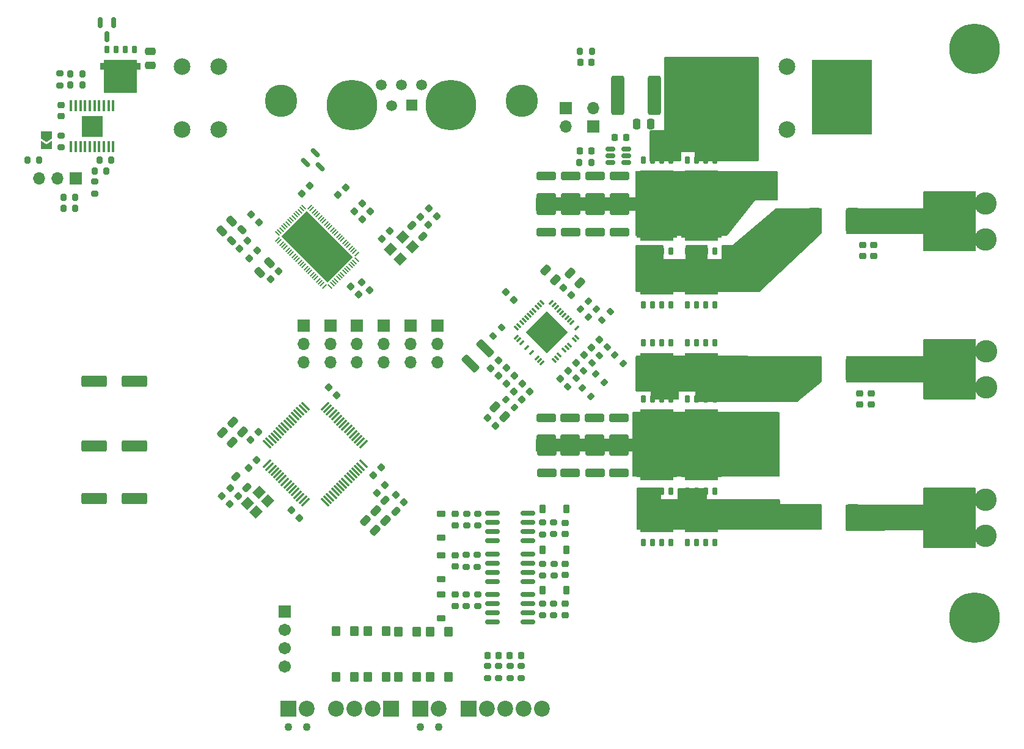
<source format=gbr>
%TF.GenerationSoftware,KiCad,Pcbnew,8.0.4*%
%TF.CreationDate,2024-10-18T00:11:30-06:00*%
%TF.ProjectId,Motor Controller,4d6f746f-7220-4436-9f6e-74726f6c6c65,Mk. 1*%
%TF.SameCoordinates,Original*%
%TF.FileFunction,Soldermask,Top*%
%TF.FilePolarity,Negative*%
%FSLAX46Y46*%
G04 Gerber Fmt 4.6, Leading zero omitted, Abs format (unit mm)*
G04 Created by KiCad (PCBNEW 8.0.4) date 2024-10-18 00:11:30*
%MOMM*%
%LPD*%
G01*
G04 APERTURE LIST*
G04 Aperture macros list*
%AMRoundRect*
0 Rectangle with rounded corners*
0 $1 Rounding radius*
0 $2 $3 $4 $5 $6 $7 $8 $9 X,Y pos of 4 corners*
0 Add a 4 corners polygon primitive as box body*
4,1,4,$2,$3,$4,$5,$6,$7,$8,$9,$2,$3,0*
0 Add four circle primitives for the rounded corners*
1,1,$1+$1,$2,$3*
1,1,$1+$1,$4,$5*
1,1,$1+$1,$6,$7*
1,1,$1+$1,$8,$9*
0 Add four rect primitives between the rounded corners*
20,1,$1+$1,$2,$3,$4,$5,0*
20,1,$1+$1,$4,$5,$6,$7,0*
20,1,$1+$1,$6,$7,$8,$9,0*
20,1,$1+$1,$8,$9,$2,$3,0*%
%AMRotRect*
0 Rectangle, with rotation*
0 The origin of the aperture is its center*
0 $1 length*
0 $2 width*
0 $3 Rotation angle, in degrees counterclockwise*
0 Add horizontal line*
21,1,$1,$2,0,0,$3*%
%AMFreePoly0*
4,1,14,-0.697500,2.280000,2.027500,2.280000,2.502500,2.280000,2.502500,-2.280000,-0.697500,-2.280000,-0.697500,-2.775000,-1.602500,-2.775000,-1.602500,-2.280000,-2.027500,-2.280000,-2.027500,2.280000,-1.602500,2.280000,-1.602500,2.775000,-0.697500,2.775000,-0.697500,2.280000,-0.697500,2.280000,$1*%
%AMFreePoly1*
4,1,6,1.000000,0.000000,0.500000,-0.750000,-0.500000,-0.750000,-0.500000,0.750000,0.500000,0.750000,1.000000,0.000000,1.000000,0.000000,$1*%
%AMFreePoly2*
4,1,6,0.500000,-0.750000,-0.650000,-0.750000,-0.150000,0.000000,-0.650000,0.750000,0.500000,0.750000,0.500000,-0.750000,0.500000,-0.750000,$1*%
G04 Aperture macros list end*
%ADD10C,3.104000*%
%ADD11RoundRect,0.250000X0.650000X2.450000X-0.650000X2.450000X-0.650000X-2.450000X0.650000X-2.450000X0*%
%ADD12RoundRect,0.187500X-0.187500X0.312500X-0.187500X-0.312500X0.187500X-0.312500X0.187500X0.312500X0*%
%ADD13FreePoly0,270.000000*%
%ADD14RoundRect,0.225000X0.017678X-0.335876X0.335876X-0.017678X-0.017678X0.335876X-0.335876X0.017678X0*%
%ADD15RoundRect,0.225000X-0.375000X0.225000X-0.375000X-0.225000X0.375000X-0.225000X0.375000X0.225000X0*%
%ADD16RoundRect,0.225000X0.335876X0.017678X0.017678X0.335876X-0.335876X-0.017678X-0.017678X-0.335876X0*%
%ADD17RoundRect,0.200000X0.275000X-0.200000X0.275000X0.200000X-0.275000X0.200000X-0.275000X-0.200000X0*%
%ADD18R,1.700000X1.700000*%
%ADD19O,1.700000X1.700000*%
%ADD20RoundRect,0.150000X-0.521491X0.309359X0.309359X-0.521491X0.521491X-0.309359X-0.309359X0.521491X0*%
%ADD21RoundRect,0.200000X-0.335876X-0.053033X-0.053033X-0.335876X0.335876X0.053033X0.053033X0.335876X0*%
%ADD22RoundRect,0.187500X0.187500X-0.312500X0.187500X0.312500X-0.187500X0.312500X-0.187500X-0.312500X0*%
%ADD23FreePoly0,90.000000*%
%ADD24RoundRect,0.250000X-1.100000X0.325000X-1.100000X-0.325000X1.100000X-0.325000X1.100000X0.325000X0*%
%ADD25RoundRect,0.102000X0.450000X-0.550000X0.450000X0.550000X-0.450000X0.550000X-0.450000X-0.550000X0*%
%ADD26C,2.200000*%
%ADD27R,2.200000X2.200000*%
%ADD28C,0.800000*%
%ADD29C,7.000000*%
%ADD30RoundRect,0.200000X0.053033X-0.335876X0.335876X-0.053033X-0.053033X0.335876X-0.335876X0.053033X0*%
%ADD31C,1.712000*%
%ADD32RoundRect,0.102000X-0.754000X0.754000X-0.754000X-0.754000X0.754000X-0.754000X0.754000X0.754000X0*%
%ADD33RoundRect,0.200000X0.200000X0.275000X-0.200000X0.275000X-0.200000X-0.275000X0.200000X-0.275000X0*%
%ADD34RoundRect,0.200000X-0.275000X0.200000X-0.275000X-0.200000X0.275000X-0.200000X0.275000X0.200000X0*%
%ADD35RoundRect,0.200000X-0.200000X-0.275000X0.200000X-0.275000X0.200000X0.275000X-0.200000X0.275000X0*%
%ADD36C,2.304000*%
%ADD37RoundRect,0.225000X-0.225000X-0.250000X0.225000X-0.250000X0.225000X0.250000X-0.225000X0.250000X0*%
%ADD38RoundRect,0.225000X-0.017678X0.335876X-0.335876X0.017678X0.017678X-0.335876X0.335876X-0.017678X0*%
%ADD39FreePoly1,270.000000*%
%ADD40FreePoly2,270.000000*%
%ADD41RoundRect,0.218750X0.424264X0.114905X0.114905X0.424264X-0.424264X-0.114905X-0.114905X-0.424264X0*%
%ADD42RoundRect,0.250000X0.512652X0.159099X0.159099X0.512652X-0.512652X-0.159099X-0.159099X-0.512652X0*%
%ADD43RoundRect,0.250000X0.250000X0.475000X-0.250000X0.475000X-0.250000X-0.475000X0.250000X-0.475000X0*%
%ADD44R,2.960000X2.960000*%
%ADD45RoundRect,0.100000X-0.100000X0.687500X-0.100000X-0.687500X0.100000X-0.687500X0.100000X0.687500X0*%
%ADD46RoundRect,0.225000X-0.250000X0.225000X-0.250000X-0.225000X0.250000X-0.225000X0.250000X0.225000X0*%
%ADD47RoundRect,0.150000X-0.512500X-0.150000X0.512500X-0.150000X0.512500X0.150000X-0.512500X0.150000X0*%
%ADD48RoundRect,0.150000X-0.150000X0.587500X-0.150000X-0.587500X0.150000X-0.587500X0.150000X0.587500X0*%
%ADD49RoundRect,0.225000X-0.335876X-0.017678X-0.017678X-0.335876X0.335876X0.017678X0.017678X0.335876X0*%
%ADD50RoundRect,0.225000X-0.225000X-0.375000X0.225000X-0.375000X0.225000X0.375000X-0.225000X0.375000X0*%
%ADD51RoundRect,0.250000X-0.159099X0.512652X-0.512652X0.159099X0.159099X-0.512652X0.512652X-0.159099X0*%
%ADD52RoundRect,0.250000X1.100000X-0.325000X1.100000X0.325000X-1.100000X0.325000X-1.100000X-0.325000X0*%
%ADD53RoundRect,0.200000X0.335876X0.053033X0.053033X0.335876X-0.335876X-0.053033X-0.053033X-0.335876X0*%
%ADD54C,1.500000*%
%ADD55R,1.500000X1.500000*%
%ADD56C,4.500000*%
%ADD57C,1.100000*%
%ADD58RoundRect,0.250000X-0.548008X1.007627X-1.007627X0.548008X0.548008X-1.007627X1.007627X-0.548008X0*%
%ADD59RotRect,8.991600X5.003800X315.000000*%
%ADD60RotRect,0.204000X0.750000X315.000000*%
%ADD61RotRect,0.204000X0.750000X45.000000*%
%ADD62RoundRect,0.200000X-0.053033X0.335876X-0.335876X0.053033X0.053033X-0.335876X0.335876X-0.053033X0*%
%ADD63RoundRect,0.150000X0.825000X0.150000X-0.825000X0.150000X-0.825000X-0.150000X0.825000X-0.150000X0*%
%ADD64RoundRect,0.357142X-0.642858X-1.392858X0.642858X-1.392858X0.642858X1.392858X-0.642858X1.392858X0*%
%ADD65RotRect,0.254000X0.762000X315.000000*%
%ADD66RotRect,0.254000X0.762000X225.000000*%
%ADD67RotRect,4.089400X4.089400X225.000000*%
%ADD68RotRect,1.400000X1.200000X45.000000*%
%ADD69RoundRect,0.075000X0.441942X-0.548008X0.548008X-0.441942X-0.441942X0.548008X-0.548008X0.441942X0*%
%ADD70RoundRect,0.075000X-0.441942X-0.548008X0.548008X0.441942X0.441942X0.548008X-0.548008X-0.441942X0*%
%ADD71RoundRect,0.250000X-0.512652X-0.159099X-0.159099X-0.512652X0.512652X0.159099X0.159099X0.512652X0*%
%ADD72RotRect,1.400000X1.200000X225.000000*%
%ADD73RoundRect,0.218750X0.218750X0.256250X-0.218750X0.256250X-0.218750X-0.256250X0.218750X-0.256250X0*%
%ADD74RoundRect,0.218750X-0.424264X-0.114905X-0.114905X-0.424264X0.424264X0.114905X0.114905X0.424264X0*%
%ADD75RoundRect,0.250000X-0.475000X0.250000X-0.475000X-0.250000X0.475000X-0.250000X0.475000X0.250000X0*%
%ADD76RoundRect,0.218750X-0.114905X0.424264X-0.424264X0.114905X0.114905X-0.424264X0.424264X-0.114905X0*%
%ADD77RoundRect,0.250000X1.500000X0.550000X-1.500000X0.550000X-1.500000X-0.550000X1.500000X-0.550000X0*%
%ADD78RoundRect,0.102000X-0.450000X0.550000X-0.450000X-0.550000X0.450000X-0.550000X0.450000X0.550000X0*%
G04 APERTURE END LIST*
D10*
%TO.C,J19*%
X187600000Y-69210000D03*
X187600000Y-62200000D03*
X182600000Y-69210000D03*
X182600000Y-62200000D03*
%TD*%
%TO.C,J16*%
X225355000Y-100900000D03*
X218345000Y-100900000D03*
X225355000Y-105900000D03*
X218345000Y-105900000D03*
%TD*%
%TO.C,J31*%
X207850000Y-69210000D03*
X207850000Y-62200000D03*
X202850000Y-69210000D03*
X202850000Y-62200000D03*
%TD*%
%TO.C,J17*%
X225305000Y-121500000D03*
X218295000Y-121500000D03*
X225305000Y-126500000D03*
X218295000Y-126500000D03*
%TD*%
%TO.C,J15*%
X218295000Y-85400000D03*
X225305000Y-85400000D03*
X218295000Y-80400000D03*
X225305000Y-80400000D03*
%TD*%
D11*
%TO.C,C45*%
X179430000Y-65400000D03*
X174330000Y-65400000D03*
%TD*%
D12*
%TO.C,U38*%
X181661823Y-99682327D03*
X180391823Y-99682327D03*
X179121823Y-99682327D03*
X177851823Y-99682327D03*
D13*
X179756823Y-103174577D03*
%TD*%
D14*
%TO.C,C79*%
X168529524Y-102529951D03*
X169625540Y-101433935D03*
%TD*%
D15*
%TO.C,D19*%
X149850000Y-129197500D03*
X149850000Y-132497500D03*
%TD*%
D16*
%TO.C,C43*%
X143601992Y-120751992D03*
X144698008Y-121848008D03*
%TD*%
D17*
%TO.C,R97*%
X154900000Y-136222500D03*
X154900000Y-134572500D03*
%TD*%
D18*
%TO.C,J6*%
X145600000Y-97370000D03*
D19*
X145600000Y-99910000D03*
X145600000Y-102450000D03*
%TD*%
D20*
%TO.C,U30*%
X133056587Y-75351456D03*
X131059010Y-74697382D03*
X132402513Y-73353879D03*
%TD*%
D21*
%TO.C,R44*%
X169389942Y-105966733D03*
X170556668Y-107133459D03*
%TD*%
D16*
%TO.C,C136*%
X120591386Y-122054630D03*
X119495370Y-120958614D03*
%TD*%
D22*
%TO.C,U17*%
X183995000Y-120247250D03*
X185265000Y-120247250D03*
X186535000Y-120247250D03*
X187805000Y-120247250D03*
D23*
X185900000Y-116755000D03*
%TD*%
D24*
%TO.C,C173*%
X164460000Y-114785000D03*
X164460000Y-117735000D03*
%TD*%
D25*
%TO.C,U47*%
X148300000Y-139725000D03*
X150840000Y-139725000D03*
X150840000Y-146025000D03*
X148300000Y-146025000D03*
%TD*%
D26*
%TO.C,J7*%
X135280000Y-150450000D03*
X137820000Y-150450000D03*
X140360000Y-150450000D03*
D27*
X142900000Y-150450000D03*
%TD*%
D22*
%TO.C,U42*%
X183995000Y-94497250D03*
X185265000Y-94497250D03*
X186535000Y-94497250D03*
X187805000Y-94497250D03*
D23*
X185900000Y-91005000D03*
%TD*%
D28*
%TO.C,H8*%
X221150000Y-137800000D03*
X221918845Y-135943845D03*
X221918845Y-139656155D03*
X223775000Y-135175000D03*
D29*
X223775000Y-137800000D03*
D28*
X223775000Y-140425000D03*
X225631155Y-135943845D03*
X225631155Y-139656155D03*
X226400000Y-137800000D03*
%TD*%
D30*
%TO.C,R86*%
X169572508Y-103643645D03*
X170739234Y-102476919D03*
%TD*%
D31*
%TO.C,PS1*%
X128150000Y-144570000D03*
X128150000Y-142030000D03*
X128150000Y-139490000D03*
D32*
X128150000Y-136950000D03*
%TD*%
D33*
%TO.C,R76*%
X92500000Y-74375000D03*
X94150000Y-74375000D03*
%TD*%
D34*
%TO.C,R50*%
X156275000Y-146180000D03*
X156275000Y-144530000D03*
%TD*%
D35*
%TO.C,R16*%
X97485000Y-81100000D03*
X99135000Y-81100000D03*
%TD*%
D17*
%TO.C,R56*%
X160925000Y-144525000D03*
X160925000Y-146175000D03*
%TD*%
D36*
%TO.C,J18*%
X113960000Y-61437500D03*
X113960000Y-70137500D03*
X119040000Y-61437500D03*
X119040000Y-70137500D03*
%TD*%
D37*
%TO.C,C47*%
X173925000Y-71300000D03*
X175475000Y-71300000D03*
%TD*%
D24*
%TO.C,C196*%
X174560000Y-81425000D03*
X174560000Y-84375000D03*
%TD*%
D38*
%TO.C,C10*%
X126215329Y-90890128D03*
X127311345Y-89794112D03*
%TD*%
D12*
%TO.C,U36*%
X181661823Y-107507750D03*
X180391823Y-107507750D03*
X179121823Y-107507750D03*
X177851823Y-107507750D03*
D13*
X179756823Y-111000000D03*
%TD*%
D39*
%TO.C,JP15*%
X95125000Y-70925000D03*
D40*
X95125000Y-72375000D03*
%TD*%
D18*
%TO.C,JP14*%
X170900000Y-69735000D03*
D19*
X170900000Y-67195000D03*
%TD*%
D41*
%TO.C,FB2*%
X142060847Y-121558155D03*
X143563449Y-123060757D03*
%TD*%
D42*
%TO.C,C32*%
X158651705Y-109930597D03*
X157308203Y-108587095D03*
%TD*%
D43*
%TO.C,C46*%
X178850000Y-69400000D03*
X176950000Y-69400000D03*
%TD*%
D44*
%TO.C,U21*%
X101500000Y-69700000D03*
D45*
X104425000Y-66837500D03*
X103775000Y-66837500D03*
X103125000Y-66837500D03*
X102475000Y-66837500D03*
X101825000Y-66837500D03*
X101175000Y-66837500D03*
X100525000Y-66837500D03*
X99875000Y-66837500D03*
X99225000Y-66837500D03*
X98575000Y-66837500D03*
X98575000Y-72562500D03*
X99225000Y-72562500D03*
X99875000Y-72562500D03*
X100525000Y-72562500D03*
X101175000Y-72562500D03*
X101825000Y-72562500D03*
X102475000Y-72562500D03*
X103125000Y-72562500D03*
X103775000Y-72562500D03*
X104425000Y-72562500D03*
%TD*%
D16*
%TO.C,C36*%
X129140811Y-122944759D03*
X130236827Y-124040775D03*
%TD*%
D42*
%TO.C,C28*%
X169071751Y-91421751D03*
X167728249Y-90078249D03*
%TD*%
D46*
%TO.C,C147*%
X151800000Y-134622500D03*
X151800000Y-136172500D03*
%TD*%
%TO.C,C19*%
X167025000Y-130372500D03*
X167025000Y-131922500D03*
%TD*%
D14*
%TO.C,C13*%
X136645155Y-78162206D03*
X135549139Y-79258222D03*
%TD*%
D24*
%TO.C,C190*%
X171180000Y-81425000D03*
X171180000Y-84375000D03*
%TD*%
D37*
%TO.C,C97*%
X160900000Y-143050000D03*
X159350000Y-143050000D03*
%TD*%
D41*
%TO.C,FB7*%
X122915999Y-119783049D03*
X121413397Y-118280447D03*
%TD*%
D17*
%TO.C,R92*%
X153375000Y-125047500D03*
X153375000Y-123397500D03*
%TD*%
D47*
%TO.C,U5*%
X173262500Y-72850000D03*
X173262500Y-73800000D03*
X173262500Y-74750000D03*
X175537500Y-74750000D03*
X175537500Y-73800000D03*
X175537500Y-72850000D03*
%TD*%
D46*
%TO.C,C77*%
X167000000Y-124647500D03*
X167000000Y-126197500D03*
%TD*%
D16*
%TO.C,C137*%
X121698008Y-120948008D03*
X120601992Y-119851992D03*
%TD*%
D17*
%TO.C,R82*%
X165450000Y-126247500D03*
X165450000Y-124597500D03*
%TD*%
D48*
%TO.C,Q21*%
X104500000Y-55375000D03*
X102600000Y-55375000D03*
X103550000Y-57250000D03*
%TD*%
D17*
%TO.C,R52*%
X157825000Y-144530000D03*
X157825000Y-146180000D03*
%TD*%
%TO.C,R84*%
X165450000Y-137497500D03*
X165450000Y-135847500D03*
%TD*%
D49*
%TO.C,C14*%
X149292566Y-82184389D03*
X148196550Y-81088373D03*
%TD*%
D50*
%TO.C,D26*%
X163900000Y-122747500D03*
X167200000Y-122747500D03*
%TD*%
D16*
%TO.C,C27*%
X158888269Y-105408966D03*
X157792253Y-104312950D03*
%TD*%
D18*
%TO.C,JP16*%
X167150000Y-67185000D03*
D19*
X167150000Y-69725000D03*
%TD*%
D21*
%TO.C,R39*%
X169116637Y-95016637D03*
X170283363Y-96183363D03*
%TD*%
D46*
%TO.C,C81*%
X207850000Y-106725000D03*
X207850000Y-108275000D03*
%TD*%
D51*
%TO.C,C7*%
X124677372Y-89953210D03*
X126020874Y-88609708D03*
%TD*%
D35*
%TO.C,R10*%
X98459284Y-62434284D03*
X100109284Y-62434284D03*
%TD*%
D38*
%TO.C,C38*%
X123190811Y-117040775D03*
X124286827Y-115944759D03*
%TD*%
D52*
%TO.C,C174*%
X174470000Y-113035000D03*
X174470000Y-110085000D03*
%TD*%
D16*
%TO.C,C23*%
X159989429Y-104307806D03*
X158893413Y-103211790D03*
%TD*%
D52*
%TO.C,C177*%
X164450000Y-113035000D03*
X164450000Y-110085000D03*
%TD*%
D37*
%TO.C,C95*%
X157800000Y-143050000D03*
X156250000Y-143050000D03*
%TD*%
D16*
%TO.C,C31*%
X157405588Y-111240354D03*
X156309572Y-110144338D03*
%TD*%
D52*
%TO.C,C195*%
X174560000Y-79575000D03*
X174560000Y-76625000D03*
%TD*%
D17*
%TO.C,R18*%
X97200000Y-72625000D03*
X97200000Y-70975000D03*
%TD*%
D49*
%TO.C,C8*%
X138390574Y-93032397D03*
X137294558Y-91936381D03*
%TD*%
D18*
%TO.C,J5*%
X149300000Y-97370000D03*
D19*
X149300000Y-99910000D03*
X149300000Y-102450000D03*
%TD*%
D12*
%TO.C,U44*%
X181661823Y-74382327D03*
X180391823Y-74382327D03*
X179121823Y-74382327D03*
X177851823Y-74382327D03*
D13*
X179756823Y-77874577D03*
%TD*%
D17*
%TO.C,R93*%
X154900000Y-125047500D03*
X154900000Y-123397500D03*
%TD*%
D24*
%TO.C,C180*%
X171151250Y-114788849D03*
X171151250Y-117738849D03*
%TD*%
D26*
%TO.C,J10*%
X163820000Y-150450000D03*
X161280000Y-150450000D03*
X158740000Y-150450000D03*
X156200000Y-150450000D03*
D27*
X153660000Y-150450000D03*
%TD*%
D17*
%TO.C,R9*%
X165475000Y-131972500D03*
X165475000Y-130322500D03*
%TD*%
D50*
%TO.C,D17*%
X163875000Y-133972500D03*
X167175000Y-133972500D03*
%TD*%
D17*
%TO.C,R96*%
X153350000Y-136222500D03*
X153350000Y-134572500D03*
%TD*%
D22*
%TO.C,U34*%
X183995000Y-127392250D03*
X185265000Y-127392250D03*
X186535000Y-127392250D03*
X187805000Y-127392250D03*
D23*
X185900000Y-123900000D03*
%TD*%
D53*
%TO.C,R7*%
X159996817Y-108719835D03*
X158830091Y-107553109D03*
%TD*%
D29*
%TO.C,J28*%
X151232000Y-66775000D03*
X137512000Y-66775000D03*
D54*
X147130000Y-63975000D03*
X144360000Y-63975000D03*
X141590000Y-63975000D03*
D55*
X145745000Y-66815000D03*
D54*
X142975000Y-66870000D03*
D56*
X160995000Y-66175000D03*
X127695000Y-66175000D03*
%TD*%
D25*
%TO.C,U46*%
X139650000Y-139700000D03*
X142190000Y-139700000D03*
X142190000Y-146000000D03*
X139650000Y-146000000D03*
%TD*%
D24*
%TO.C,C176*%
X164400000Y-81425000D03*
X164400000Y-84375000D03*
%TD*%
D26*
%TO.C,J20*%
X149540000Y-150450000D03*
D27*
X147000000Y-150450000D03*
D57*
X149540000Y-152990000D03*
X147000000Y-152990000D03*
%TD*%
D33*
%TO.C,R19*%
X170675000Y-74750000D03*
X169025000Y-74750000D03*
%TD*%
D21*
%TO.C,R38*%
X171289942Y-104066733D03*
X172456668Y-105233459D03*
%TD*%
D38*
%TO.C,C25*%
X157810432Y-102128809D03*
X156714416Y-103224825D03*
%TD*%
D12*
%TO.C,U37*%
X187805000Y-99682327D03*
X186535000Y-99682327D03*
X185265000Y-99682327D03*
X183995000Y-99682327D03*
D13*
X185900000Y-103174577D03*
%TD*%
D14*
%TO.C,C35*%
X124536827Y-112044759D03*
X123440811Y-113140775D03*
%TD*%
D38*
%TO.C,C86*%
X167460671Y-103598804D03*
X166364655Y-104694820D03*
%TD*%
D25*
%TO.C,U48*%
X135300000Y-139700000D03*
X137840000Y-139700000D03*
X137840000Y-146000000D03*
X135300000Y-146000000D03*
%TD*%
D58*
%TO.C,C201*%
X155981266Y-100469348D03*
X153895300Y-102555314D03*
%TD*%
D59*
%TO.C,U1*%
X132650000Y-86400000D03*
D60*
X131643222Y-80901398D03*
X131926064Y-81184240D03*
X132208906Y-81467082D03*
X132491748Y-81749924D03*
X132774592Y-82032769D03*
X133057434Y-82315611D03*
X133340276Y-82598453D03*
X133623120Y-82881297D03*
X133905962Y-83164139D03*
X134188804Y-83446981D03*
X134471648Y-83729825D03*
X134754490Y-84012667D03*
X135037333Y-84295510D03*
X135320175Y-84578352D03*
X135603019Y-84861196D03*
X135885861Y-85144038D03*
X136168703Y-85426880D03*
X136451547Y-85709724D03*
X136734389Y-85992566D03*
X137017231Y-86275408D03*
X137300076Y-86558252D03*
X137582918Y-86841094D03*
X137865760Y-87123936D03*
X138148602Y-87406778D03*
D61*
X138144291Y-88217336D03*
X137861449Y-88500178D03*
X137578605Y-88783022D03*
X137295763Y-89065864D03*
X137012921Y-89348706D03*
X136730077Y-89631550D03*
X136447235Y-89914392D03*
X136164392Y-90197235D03*
X135881550Y-90480077D03*
X135598706Y-90762921D03*
X135315864Y-91045763D03*
X135033022Y-91328605D03*
X134750178Y-91611449D03*
X134467336Y-91894291D03*
D60*
X133656778Y-91898602D03*
X133373936Y-91615760D03*
X133091094Y-91332918D03*
X132808252Y-91050076D03*
X132525408Y-90767231D03*
X132242566Y-90484389D03*
X131959724Y-90201547D03*
X131676880Y-89918703D03*
X131394038Y-89635861D03*
X131111196Y-89353019D03*
X130828352Y-89070175D03*
X130545510Y-88787333D03*
X130262667Y-88504490D03*
X129979825Y-88221648D03*
X129696981Y-87938804D03*
X129414139Y-87655962D03*
X129131297Y-87373120D03*
X128848453Y-87090276D03*
X128565611Y-86807434D03*
X128282769Y-86524592D03*
X127999924Y-86241748D03*
X127717082Y-85958906D03*
X127434240Y-85676064D03*
X127151398Y-85393222D03*
D61*
X127155709Y-84582664D03*
X127438551Y-84299822D03*
X127721395Y-84016978D03*
X128004237Y-83734136D03*
X128287079Y-83451294D03*
X128569923Y-83168450D03*
X128852765Y-82885608D03*
X129135608Y-82602765D03*
X129418450Y-82319923D03*
X129701294Y-82037079D03*
X129984136Y-81754237D03*
X130266978Y-81471395D03*
X130549822Y-81188551D03*
X130832664Y-80905709D03*
%TD*%
D62*
%TO.C,R87*%
X168574365Y-104641787D03*
X167407639Y-105808513D03*
%TD*%
D49*
%TO.C,C20*%
X148072807Y-83368793D03*
X146976791Y-82272777D03*
%TD*%
D22*
%TO.C,U22*%
X177851823Y-127392250D03*
X179121823Y-127392250D03*
X180391823Y-127392250D03*
X181661823Y-127392250D03*
D23*
X179756823Y-123900000D03*
%TD*%
D15*
%TO.C,D27*%
X149850000Y-123447500D03*
X149850000Y-126747500D03*
%TD*%
D36*
%TO.C,J9*%
X192685000Y-70137500D03*
X192685000Y-61437500D03*
X197765000Y-70137500D03*
X197765000Y-61437500D03*
%TD*%
D63*
%TO.C,U25*%
X161875000Y-127177500D03*
X161875000Y-125907500D03*
X161875000Y-124637500D03*
X161875000Y-123367500D03*
X156925000Y-123367500D03*
X156925000Y-124637500D03*
X156925000Y-125907500D03*
X156925000Y-127177500D03*
%TD*%
D17*
%TO.C,R12*%
X97000000Y-64037500D03*
X97000000Y-62387500D03*
%TD*%
D34*
%TO.C,R21*%
X101850000Y-77387500D03*
X101850000Y-79037500D03*
%TD*%
D46*
%TO.C,C74*%
X208270000Y-86175000D03*
X208270000Y-87725000D03*
%TD*%
D24*
%TO.C,C175*%
X167790000Y-81425000D03*
X167790000Y-84375000D03*
%TD*%
%TO.C,C179*%
X174484584Y-114788849D03*
X174484584Y-117738849D03*
%TD*%
D64*
%TO.C,R42*%
X201550000Y-103425336D03*
X206950000Y-103425336D03*
%TD*%
D22*
%TO.C,U39*%
X177851823Y-87017673D03*
X179121823Y-87017673D03*
X180391823Y-87017673D03*
X181661823Y-87017673D03*
D23*
X179756823Y-83525423D03*
%TD*%
D51*
%TO.C,C12*%
X119480137Y-84190290D03*
X120823639Y-82846788D03*
%TD*%
D63*
%TO.C,U26*%
X161875000Y-138402500D03*
X161875000Y-137132500D03*
X161875000Y-135862500D03*
X161875000Y-134592500D03*
X156925000Y-134592500D03*
X156925000Y-135862500D03*
X156925000Y-137132500D03*
X156925000Y-138402500D03*
%TD*%
D33*
%TO.C,R22*%
X104135000Y-74412500D03*
X102485000Y-74412500D03*
%TD*%
D52*
%TO.C,C73*%
X171180000Y-79575000D03*
X171180000Y-76625000D03*
%TD*%
D65*
%TO.C,U2*%
X168664044Y-97655551D03*
X167956937Y-96948444D03*
X167603385Y-96594891D03*
X167249830Y-96241337D03*
X166896277Y-95887784D03*
X166542724Y-95534231D03*
X166189170Y-95180676D03*
X165835617Y-94827124D03*
X165482063Y-94473570D03*
X165128510Y-94120017D03*
D66*
X163818100Y-94120017D03*
X163464547Y-94473570D03*
X163110993Y-94827124D03*
X162757440Y-95180676D03*
X162403886Y-95534231D03*
X162050333Y-95887784D03*
X161696780Y-96241337D03*
X161343225Y-96594891D03*
X160989673Y-96948444D03*
X160636119Y-97301998D03*
X160282566Y-97655551D03*
D65*
X160282566Y-98965961D03*
X160636119Y-99319514D03*
X160989673Y-99673068D03*
X161696780Y-100380175D03*
X162403886Y-101087281D03*
X163110993Y-101794388D03*
X163464547Y-102147942D03*
X163818100Y-102501495D03*
D66*
X165482063Y-102147942D03*
X165835617Y-101794388D03*
X166189170Y-101440836D03*
X166896277Y-100733728D03*
X167249830Y-100380175D03*
X167603385Y-100026621D03*
X168310491Y-99319514D03*
X168664044Y-98965961D03*
D67*
X164473305Y-98310756D03*
%TD*%
D49*
%TO.C,C4*%
X139965574Y-92457397D03*
X138869558Y-91361381D03*
%TD*%
D68*
%TO.C,X3*%
X123021142Y-121976777D03*
X124576777Y-120421142D03*
X125778858Y-121623223D03*
X124223223Y-123178858D03*
%TD*%
D18*
%TO.C,J1*%
X134500000Y-97370000D03*
D19*
X134500000Y-99910000D03*
X134500000Y-102450000D03*
%TD*%
D49*
%TO.C,C29*%
X159966607Y-106487303D03*
X161062623Y-107583319D03*
%TD*%
D52*
%TO.C,C182*%
X164410000Y-79575000D03*
X164410000Y-76625000D03*
%TD*%
D14*
%TO.C,C42*%
X142048008Y-119451992D03*
X140951992Y-120548008D03*
%TD*%
D69*
%TO.C,U3*%
X125735519Y-113788819D03*
X126089072Y-113435266D03*
X126442625Y-113081713D03*
X126796179Y-112728159D03*
X127149732Y-112374606D03*
X127503286Y-112021052D03*
X127856839Y-111667499D03*
X128210392Y-111313946D03*
X128563946Y-110960392D03*
X128917499Y-110606839D03*
X129271052Y-110253286D03*
X129624606Y-109899732D03*
X129978159Y-109546179D03*
X130331713Y-109192625D03*
X130685266Y-108839072D03*
X131038819Y-108485519D03*
D70*
X133761181Y-108485519D03*
X134114734Y-108839072D03*
X134468287Y-109192625D03*
X134821841Y-109546179D03*
X135175394Y-109899732D03*
X135528948Y-110253286D03*
X135882501Y-110606839D03*
X136236054Y-110960392D03*
X136589608Y-111313946D03*
X136943161Y-111667499D03*
X137296714Y-112021052D03*
X137650268Y-112374606D03*
X138003821Y-112728159D03*
X138357375Y-113081713D03*
X138710928Y-113435266D03*
X139064481Y-113788819D03*
D69*
X139064481Y-116511181D03*
X138710928Y-116864734D03*
X138357375Y-117218287D03*
X138003821Y-117571841D03*
X137650268Y-117925394D03*
X137296714Y-118278948D03*
X136943161Y-118632501D03*
X136589608Y-118986054D03*
X136236054Y-119339608D03*
X135882501Y-119693161D03*
X135528948Y-120046714D03*
X135175394Y-120400268D03*
X134821841Y-120753821D03*
X134468287Y-121107375D03*
X134114734Y-121460928D03*
X133761181Y-121814481D03*
D70*
X131038819Y-121814481D03*
X130685266Y-121460928D03*
X130331713Y-121107375D03*
X129978159Y-120753821D03*
X129624606Y-120400268D03*
X129271052Y-120046714D03*
X128917499Y-119693161D03*
X128563946Y-119339608D03*
X128210392Y-118986054D03*
X127856839Y-118632501D03*
X127503286Y-118278948D03*
X127149732Y-117925394D03*
X126796179Y-117571841D03*
X126442625Y-117218287D03*
X126089072Y-116864734D03*
X125735519Y-116511181D03*
%TD*%
D71*
%TO.C,C41*%
X140721751Y-125721751D03*
X139378249Y-124378249D03*
%TD*%
D21*
%TO.C,R45*%
X173916637Y-101416637D03*
X175083363Y-102583363D03*
%TD*%
D64*
%TO.C,R48*%
X201550000Y-123880000D03*
X206950000Y-123880000D03*
%TD*%
D16*
%TO.C,C22*%
X159889429Y-93807806D03*
X158793413Y-92711790D03*
%TD*%
D14*
%TO.C,C5*%
X138943251Y-80424947D03*
X137847235Y-81520963D03*
%TD*%
D49*
%TO.C,C26*%
X161067767Y-105386143D03*
X162163783Y-106482159D03*
%TD*%
D17*
%TO.C,R94*%
X153350000Y-130772500D03*
X153350000Y-129122500D03*
%TD*%
D52*
%TO.C,C198*%
X167800000Y-79575000D03*
X167800000Y-76625000D03*
%TD*%
D71*
%TO.C,C40*%
X142135964Y-124307537D03*
X140792462Y-122964035D03*
%TD*%
D14*
%TO.C,C9*%
X142761628Y-84243323D03*
X141665612Y-85339339D03*
%TD*%
D22*
%TO.C,U40*%
X183995000Y-87017673D03*
X185265000Y-87017673D03*
X186535000Y-87017673D03*
X187805000Y-87017673D03*
D23*
X185900000Y-83525423D03*
%TD*%
D14*
%TO.C,C15*%
X123019206Y-85600968D03*
X121923190Y-86696984D03*
%TD*%
D33*
%TO.C,R17*%
X99135000Y-79562500D03*
X97485000Y-79562500D03*
%TD*%
D42*
%TO.C,C24*%
X165700000Y-90950000D03*
X164356498Y-89606498D03*
%TD*%
D46*
%TO.C,C76*%
X209800000Y-86175000D03*
X209800000Y-87725000D03*
%TD*%
D34*
%TO.C,R54*%
X159375000Y-146180000D03*
X159375000Y-144530000D03*
%TD*%
D42*
%TO.C,C34*%
X120967068Y-110721016D03*
X122310570Y-112064518D03*
%TD*%
D46*
%TO.C,C83*%
X209450000Y-106725000D03*
X209450000Y-108275000D03*
%TD*%
D49*
%TO.C,C202*%
X166751992Y-92051992D03*
X167848008Y-93148008D03*
%TD*%
D21*
%TO.C,R33*%
X170216637Y-93916637D03*
X171383363Y-95083363D03*
%TD*%
D42*
%TO.C,C33*%
X119517499Y-112170585D03*
X120861001Y-113514087D03*
%TD*%
D22*
%TO.C,U6*%
X177851823Y-120247250D03*
X179121823Y-120247250D03*
X180391823Y-120247250D03*
X181661823Y-120247250D03*
D23*
X179756823Y-116755000D03*
%TD*%
D72*
%TO.C,X1*%
X145856870Y-86420264D03*
X144159813Y-88117321D03*
X142816310Y-86773818D03*
X144513367Y-85076761D03*
%TD*%
D28*
%TO.C,H9*%
X221150000Y-59000000D03*
X221918845Y-57143845D03*
X221918845Y-60856155D03*
X223775000Y-56375000D03*
D29*
X223775000Y-59000000D03*
D28*
X223775000Y-61625000D03*
X225631155Y-57143845D03*
X225631155Y-60856155D03*
X226400000Y-59000000D03*
%TD*%
D22*
%TO.C,U41*%
X177851823Y-94497250D03*
X179121823Y-94497250D03*
X180391823Y-94497250D03*
X181661823Y-94497250D03*
D23*
X179756823Y-91005000D03*
%TD*%
D73*
%TO.C,D20*%
X170687500Y-60860000D03*
X169112500Y-60860000D03*
%TD*%
%TO.C,D6*%
X170637500Y-73150000D03*
X169062500Y-73150000D03*
%TD*%
D74*
%TO.C,FB1*%
X147286151Y-84986300D03*
X145783549Y-83483698D03*
%TD*%
D46*
%TO.C,C146*%
X151825000Y-129172500D03*
X151825000Y-130722500D03*
%TD*%
D18*
%TO.C,J4*%
X138200000Y-97370000D03*
D19*
X138200000Y-99910000D03*
X138200000Y-102450000D03*
%TD*%
D18*
%TO.C,J3*%
X141900000Y-97370000D03*
D19*
X141900000Y-99910000D03*
X141900000Y-102450000D03*
%TD*%
D64*
%TO.C,R36*%
X201550000Y-82800000D03*
X206950000Y-82800000D03*
%TD*%
D52*
%TO.C,C191*%
X171140000Y-113035000D03*
X171140000Y-110085000D03*
%TD*%
D17*
%TO.C,R81*%
X163925000Y-131972500D03*
X163925000Y-130322500D03*
%TD*%
D12*
%TO.C,U43*%
X187805000Y-74382327D03*
X186535000Y-74382327D03*
X185265000Y-74382327D03*
X183995000Y-74382327D03*
D13*
X185900000Y-77874577D03*
%TD*%
D50*
%TO.C,D18*%
X163900000Y-128447500D03*
X167200000Y-128447500D03*
%TD*%
D16*
%TO.C,C6*%
X123492967Y-81909871D03*
X124588983Y-83005887D03*
%TD*%
D33*
%TO.C,R112*%
X170725000Y-59310000D03*
X169075000Y-59310000D03*
%TD*%
D14*
%TO.C,C139*%
X131660051Y-77950073D03*
X130564035Y-79046089D03*
%TD*%
D75*
%TO.C,C44*%
X109560000Y-59362500D03*
X109560000Y-61262500D03*
%TD*%
D52*
%TO.C,C178*%
X167750000Y-113035000D03*
X167750000Y-110085000D03*
%TD*%
D15*
%TO.C,D32*%
X149875000Y-134622500D03*
X149875000Y-137922500D03*
%TD*%
D12*
%TO.C,U45*%
X107311823Y-59044827D03*
X106041823Y-59044827D03*
X104771823Y-59044827D03*
X103501823Y-59044827D03*
D13*
X105406823Y-62537077D03*
%TD*%
D30*
%TO.C,R32*%
X172116637Y-96583363D03*
X173283363Y-95416637D03*
%TD*%
D18*
%TO.C,J2*%
X130800000Y-97370000D03*
D19*
X130800000Y-99910000D03*
X130800000Y-102450000D03*
%TD*%
D38*
%TO.C,C3*%
X123298513Y-88008667D03*
X124394529Y-86912651D03*
%TD*%
D26*
%TO.C,J8*%
X131200000Y-150425000D03*
D27*
X128660000Y-150425000D03*
D57*
X131200000Y-152965000D03*
X128660000Y-152965000D03*
%TD*%
D33*
%TO.C,R20*%
X103475000Y-75900000D03*
X101825000Y-75900000D03*
%TD*%
D12*
%TO.C,U35*%
X187805000Y-107507750D03*
X186535000Y-107507750D03*
X185265000Y-107507750D03*
X183995000Y-107507750D03*
D13*
X185900000Y-111000000D03*
%TD*%
D46*
%TO.C,C84*%
X167000000Y-135897500D03*
X167000000Y-137447500D03*
%TD*%
%TO.C,C145*%
X151825000Y-123447500D03*
X151825000Y-124997500D03*
%TD*%
D17*
%TO.C,R83*%
X163900000Y-126257500D03*
X163900000Y-124607500D03*
%TD*%
%TO.C,R95*%
X154875000Y-130772500D03*
X154875000Y-129122500D03*
%TD*%
D46*
%TO.C,C50*%
X97200000Y-66775000D03*
X97200000Y-68325000D03*
%TD*%
D49*
%TO.C,C39*%
X135386827Y-106990775D03*
X134290811Y-105894759D03*
%TD*%
D30*
%TO.C,R6*%
X157058058Y-98743161D03*
X158224784Y-97576435D03*
%TD*%
D14*
%TO.C,C72*%
X170694392Y-100365083D03*
X171790408Y-99269067D03*
%TD*%
D33*
%TO.C,R11*%
X100109284Y-63980000D03*
X98459284Y-63980000D03*
%TD*%
D30*
%TO.C,R70*%
X171737376Y-101478776D03*
X172904102Y-100312050D03*
%TD*%
D38*
%TO.C,C37*%
X140440811Y-118040775D03*
X141536827Y-116944759D03*
%TD*%
D63*
%TO.C,U24*%
X161875000Y-132855000D03*
X161875000Y-131585000D03*
X161875000Y-130315000D03*
X161875000Y-129045000D03*
X156925000Y-129045000D03*
X156925000Y-130315000D03*
X156925000Y-131585000D03*
X156925000Y-132855000D03*
%TD*%
D76*
%TO.C,FB5*%
X120779445Y-85577988D03*
X122282047Y-84075386D03*
%TD*%
D24*
%TO.C,C181*%
X167750000Y-114785000D03*
X167750000Y-117735000D03*
%TD*%
D14*
%TO.C,C11*%
X140003911Y-81485607D03*
X138907895Y-82581623D03*
%TD*%
D17*
%TO.C,R85*%
X163900000Y-137497500D03*
X163900000Y-135847500D03*
%TD*%
D18*
%TO.C,J24*%
X99225000Y-76975000D03*
D19*
X96685000Y-76975000D03*
X94145000Y-76975000D03*
%TD*%
D77*
%TO.C,C121*%
X101725000Y-121275000D03*
X107325000Y-121275000D03*
%TD*%
%TO.C,C115*%
X101725000Y-114025000D03*
X107325000Y-114025000D03*
%TD*%
D78*
%TO.C,U10*%
X146490000Y-146050000D03*
X143950000Y-146050000D03*
X143950000Y-139750000D03*
X146490000Y-139750000D03*
%TD*%
D77*
%TO.C,C113*%
X101725000Y-105075000D03*
X107325000Y-105075000D03*
%TD*%
G36*
X209498039Y-60519685D02*
G01*
X209543794Y-60572489D01*
X209555000Y-60624000D01*
X209555000Y-70726000D01*
X209535315Y-70793039D01*
X209482511Y-70838794D01*
X209431000Y-70850000D01*
X201329000Y-70850000D01*
X201261961Y-70830315D01*
X201216206Y-70777511D01*
X201205000Y-70726000D01*
X201205000Y-60624000D01*
X201224685Y-60556961D01*
X201277489Y-60511206D01*
X201329000Y-60500000D01*
X209431000Y-60500000D01*
X209498039Y-60519685D01*
G37*
G36*
X223893039Y-119819685D02*
G01*
X223938794Y-119872489D01*
X223950000Y-119924000D01*
X223950000Y-128026000D01*
X223930315Y-128093039D01*
X223877511Y-128138794D01*
X223826000Y-128150000D01*
X216774000Y-128150000D01*
X216706961Y-128130315D01*
X216661206Y-128077511D01*
X216650000Y-128026000D01*
X216650000Y-125705394D01*
X216649999Y-125705393D01*
X216524514Y-125705914D01*
X216457394Y-125686508D01*
X216411420Y-125633894D01*
X216400000Y-125581915D01*
X216400000Y-122229917D01*
X216419685Y-122162878D01*
X216472489Y-122117123D01*
X216523486Y-122105918D01*
X216650000Y-122105394D01*
X216650000Y-119924000D01*
X216669685Y-119856961D01*
X216722489Y-119811206D01*
X216774000Y-119800000D01*
X223826000Y-119800000D01*
X223893039Y-119819685D01*
G37*
G36*
X217861980Y-101352383D02*
G01*
X217921480Y-101364218D01*
X217966179Y-101382732D01*
X218006268Y-101409518D01*
X218040481Y-101443731D01*
X218067267Y-101483820D01*
X218085781Y-101528517D01*
X218097617Y-101588017D01*
X218100000Y-101612210D01*
X218100000Y-105187789D01*
X218097617Y-105211982D01*
X218085781Y-105271482D01*
X218067267Y-105316179D01*
X218040481Y-105356268D01*
X218006268Y-105390481D01*
X217966179Y-105417267D01*
X217921482Y-105435781D01*
X217861982Y-105447617D01*
X217837789Y-105450000D01*
X216774000Y-105450000D01*
X216706961Y-105430315D01*
X216661206Y-105377511D01*
X216650000Y-105326000D01*
X216650000Y-105200000D01*
X206074000Y-105200000D01*
X206006961Y-105180315D01*
X205961206Y-105127511D01*
X205950000Y-105076000D01*
X205950000Y-101724000D01*
X205969685Y-101656961D01*
X206022489Y-101611206D01*
X206074000Y-101600000D01*
X216650000Y-101600000D01*
X216650000Y-101474000D01*
X216669685Y-101406961D01*
X216722489Y-101361206D01*
X216774000Y-101350000D01*
X217837789Y-101350000D01*
X217861980Y-101352383D01*
G37*
G36*
X196693039Y-109319685D02*
G01*
X196738794Y-109372489D01*
X196750000Y-109424000D01*
X196750000Y-118126000D01*
X196730315Y-118193039D01*
X196677511Y-118238794D01*
X196626000Y-118250000D01*
X176474000Y-118250000D01*
X176406961Y-118230315D01*
X176361206Y-118177511D01*
X176350000Y-118126000D01*
X176350000Y-114800000D01*
X176224000Y-114800000D01*
X176156961Y-114780315D01*
X176111206Y-114727511D01*
X176100000Y-114676000D01*
X176100000Y-113124000D01*
X176119685Y-113056961D01*
X176172489Y-113011206D01*
X176224000Y-113000000D01*
X176350000Y-113000000D01*
X176350000Y-109424000D01*
X176369685Y-109356961D01*
X176422489Y-109311206D01*
X176474000Y-109300000D01*
X196626000Y-109300000D01*
X196693039Y-109319685D01*
G37*
G36*
X217861980Y-80802383D02*
G01*
X217921480Y-80814218D01*
X217966179Y-80832732D01*
X218006268Y-80859518D01*
X218040481Y-80893731D01*
X218067267Y-80933820D01*
X218085781Y-80978517D01*
X218097617Y-81038017D01*
X218100000Y-81062210D01*
X218100000Y-84637789D01*
X218097617Y-84661982D01*
X218085781Y-84721482D01*
X218067267Y-84766179D01*
X218040481Y-84806268D01*
X218006268Y-84840481D01*
X217966179Y-84867267D01*
X217921482Y-84885781D01*
X217861982Y-84897617D01*
X217837789Y-84900000D01*
X216774000Y-84900000D01*
X216706961Y-84880315D01*
X216661206Y-84827511D01*
X216650000Y-84776000D01*
X216650000Y-84650000D01*
X206074000Y-84650000D01*
X206006961Y-84630315D01*
X205961206Y-84577511D01*
X205950000Y-84526000D01*
X205950000Y-81174000D01*
X205969685Y-81106961D01*
X206022489Y-81061206D01*
X206074000Y-81050000D01*
X216650000Y-81050000D01*
X216650000Y-80924000D01*
X216669685Y-80856961D01*
X216722489Y-80811206D01*
X216774000Y-80800000D01*
X217837789Y-80800000D01*
X217861980Y-80802383D01*
G37*
G36*
X196443039Y-75919685D02*
G01*
X196488794Y-75972489D01*
X196500000Y-76024000D01*
X196500000Y-79876000D01*
X196480315Y-79943039D01*
X196427511Y-79988794D01*
X196376000Y-80000000D01*
X193350000Y-80000000D01*
X189437225Y-84853822D01*
X189379826Y-84893661D01*
X189340686Y-84900000D01*
X176874000Y-84900000D01*
X176806961Y-84880315D01*
X176761206Y-84827511D01*
X176750000Y-84776000D01*
X176750000Y-81400000D01*
X176624000Y-81400000D01*
X176556961Y-81380315D01*
X176511206Y-81327511D01*
X176500000Y-81276000D01*
X176500000Y-79724000D01*
X176519685Y-79656961D01*
X176572489Y-79611206D01*
X176624000Y-79600000D01*
X176750000Y-79600000D01*
X176750000Y-76024000D01*
X176769685Y-75956961D01*
X176822489Y-75911206D01*
X176874000Y-75900000D01*
X196376000Y-75900000D01*
X196443039Y-75919685D01*
G37*
G36*
X202543039Y-81069685D02*
G01*
X202588794Y-81122489D01*
X202600000Y-81174000D01*
X202600000Y-84496462D01*
X202580315Y-84563501D01*
X202561034Y-84586713D01*
X193985971Y-92666107D01*
X193923679Y-92697753D01*
X193900575Y-92699855D01*
X176923638Y-92650360D01*
X176856657Y-92630481D01*
X176811056Y-92577543D01*
X176800000Y-92526361D01*
X176800000Y-86274000D01*
X176819685Y-86206961D01*
X176872489Y-86161206D01*
X176924000Y-86150000D01*
X180526000Y-86150000D01*
X180593039Y-86169685D01*
X180638794Y-86222489D01*
X180650000Y-86274000D01*
X180650000Y-88100000D01*
X183700000Y-88100000D01*
X183700000Y-86274000D01*
X183719685Y-86206961D01*
X183772489Y-86161206D01*
X183824000Y-86150000D01*
X186676000Y-86150000D01*
X186743039Y-86169685D01*
X186788794Y-86222489D01*
X186800000Y-86274000D01*
X186800000Y-88150000D01*
X188750000Y-88150000D01*
X188750000Y-86274000D01*
X188769685Y-86206961D01*
X188822489Y-86161206D01*
X188874000Y-86150000D01*
X190249999Y-86150000D01*
X196265370Y-81079192D01*
X196329314Y-81051034D01*
X196345291Y-81050000D01*
X202476000Y-81050000D01*
X202543039Y-81069685D01*
G37*
G36*
X180293039Y-119819685D02*
G01*
X180338794Y-119872489D01*
X180350000Y-119924000D01*
X180350000Y-121350000D01*
X182600000Y-121350000D01*
X182600000Y-119974000D01*
X182619685Y-119906961D01*
X182672489Y-119861206D01*
X182724000Y-119850000D01*
X186576000Y-119850000D01*
X186643039Y-119869685D01*
X186688794Y-119922489D01*
X186700000Y-119974000D01*
X186700000Y-121400000D01*
X196676000Y-121400000D01*
X196743039Y-121419685D01*
X196788794Y-121472489D01*
X196800000Y-121524000D01*
X196800000Y-122050000D01*
X202476000Y-122050000D01*
X202543039Y-122069685D01*
X202588794Y-122122489D01*
X202600000Y-122174000D01*
X202600000Y-125526000D01*
X202580315Y-125593039D01*
X202527511Y-125638794D01*
X202476000Y-125650000D01*
X177074000Y-125650000D01*
X177006961Y-125630315D01*
X176961206Y-125577511D01*
X176950000Y-125526000D01*
X176950000Y-119924000D01*
X176969685Y-119856961D01*
X177022489Y-119811206D01*
X177074000Y-119800000D01*
X180226000Y-119800000D01*
X180293039Y-119819685D01*
G37*
G36*
X217960949Y-121852334D02*
G01*
X218020502Y-121863923D01*
X218065279Y-121882253D01*
X218105477Y-121908872D01*
X218139830Y-121942941D01*
X218166783Y-121982919D01*
X218185483Y-122027541D01*
X218197516Y-122086750D01*
X218200000Y-122111446D01*
X218200000Y-125687789D01*
X218197617Y-125711982D01*
X218185781Y-125771482D01*
X218167267Y-125816179D01*
X218140481Y-125856268D01*
X218106269Y-125890480D01*
X218066070Y-125917340D01*
X218021623Y-125935805D01*
X217962883Y-125947616D01*
X217938953Y-125950048D01*
X216774514Y-125954879D01*
X216707394Y-125935473D01*
X216661420Y-125882859D01*
X216650000Y-125830880D01*
X216650000Y-125705394D01*
X216649999Y-125705393D01*
X206024515Y-125749483D01*
X205957394Y-125730077D01*
X205911420Y-125677463D01*
X205900000Y-125625484D01*
X205900000Y-122273486D01*
X205919685Y-122206447D01*
X205972489Y-122160692D01*
X206023485Y-122149487D01*
X216650000Y-122105393D01*
X216650000Y-121978877D01*
X216669685Y-121911838D01*
X216722489Y-121866083D01*
X216773486Y-121854878D01*
X217936749Y-121850052D01*
X217960949Y-121852334D01*
G37*
G36*
X223893039Y-78719685D02*
G01*
X223938794Y-78772489D01*
X223950000Y-78824000D01*
X223950000Y-86926000D01*
X223930315Y-86993039D01*
X223877511Y-87038794D01*
X223826000Y-87050000D01*
X216774000Y-87050000D01*
X216706961Y-87030315D01*
X216661206Y-86977511D01*
X216650000Y-86926000D01*
X216650000Y-84650000D01*
X216524000Y-84650000D01*
X216456961Y-84630315D01*
X216411206Y-84577511D01*
X216400000Y-84526000D01*
X216400000Y-81174000D01*
X216419685Y-81106961D01*
X216472489Y-81061206D01*
X216524000Y-81050000D01*
X216650000Y-81050000D01*
X216650000Y-78824000D01*
X216669685Y-78756961D01*
X216722489Y-78711206D01*
X216774000Y-78700000D01*
X223826000Y-78700000D01*
X223893039Y-78719685D01*
G37*
G36*
X191805869Y-101500559D02*
G01*
X192849979Y-101599999D01*
X192850001Y-101600000D01*
X202476000Y-101600000D01*
X202543039Y-101619685D01*
X202588794Y-101672489D01*
X202600000Y-101724000D01*
X202600000Y-104993248D01*
X202580315Y-105060287D01*
X202557049Y-105087094D01*
X199334915Y-107869846D01*
X199271312Y-107898767D01*
X199253866Y-107900000D01*
X185224000Y-107900000D01*
X185156961Y-107880315D01*
X185111206Y-107827511D01*
X185100000Y-107776000D01*
X185100000Y-106450000D01*
X182800000Y-106450000D01*
X182800000Y-107476000D01*
X182780315Y-107543039D01*
X182727511Y-107588794D01*
X182676000Y-107600000D01*
X178974000Y-107600000D01*
X178906961Y-107580315D01*
X178861206Y-107527511D01*
X178850000Y-107476000D01*
X178850000Y-106450000D01*
X176924000Y-106450000D01*
X176856961Y-106430315D01*
X176811206Y-106377511D01*
X176800000Y-106326000D01*
X176800000Y-101624000D01*
X176819685Y-101556961D01*
X176872489Y-101511206D01*
X176924000Y-101500000D01*
X191794113Y-101500000D01*
X191805869Y-101500559D01*
G37*
G36*
X223893039Y-99219685D02*
G01*
X223938794Y-99272489D01*
X223950000Y-99324000D01*
X223950000Y-107426000D01*
X223930315Y-107493039D01*
X223877511Y-107538794D01*
X223826000Y-107550000D01*
X216774000Y-107550000D01*
X216706961Y-107530315D01*
X216661206Y-107477511D01*
X216650000Y-107426000D01*
X216650000Y-105200000D01*
X216524000Y-105200000D01*
X216456961Y-105180315D01*
X216411206Y-105127511D01*
X216400000Y-105076000D01*
X216400000Y-101724000D01*
X216419685Y-101656961D01*
X216472489Y-101611206D01*
X216524000Y-101600000D01*
X216650000Y-101600000D01*
X216650000Y-99324000D01*
X216669685Y-99256961D01*
X216722489Y-99211206D01*
X216774000Y-99200000D01*
X223826000Y-99200000D01*
X223893039Y-99219685D01*
G37*
G36*
X193793039Y-60119685D02*
G01*
X193838794Y-60172489D01*
X193850000Y-60224000D01*
X193850000Y-74426000D01*
X193830315Y-74493039D01*
X193777511Y-74538794D01*
X193726000Y-74550000D01*
X185074000Y-74550000D01*
X185006961Y-74530315D01*
X184961206Y-74477511D01*
X184950000Y-74426000D01*
X184950000Y-73300000D01*
X183100000Y-73300000D01*
X183100000Y-74426000D01*
X183080315Y-74493039D01*
X183027511Y-74538794D01*
X182976000Y-74550000D01*
X178874000Y-74550000D01*
X178806961Y-74530315D01*
X178761206Y-74477511D01*
X178750000Y-74426000D01*
X178750000Y-70374000D01*
X178769685Y-70306961D01*
X178822489Y-70261206D01*
X178874000Y-70250000D01*
X180750000Y-70250000D01*
X180750000Y-60224000D01*
X180769685Y-60156961D01*
X180822489Y-60111206D01*
X180874000Y-60100000D01*
X193726000Y-60100000D01*
X193793039Y-60119685D01*
G37*
G36*
X178111980Y-79352383D02*
G01*
X178171480Y-79364218D01*
X178216179Y-79382732D01*
X178256268Y-79409518D01*
X178290481Y-79443731D01*
X178317267Y-79483820D01*
X178335781Y-79528517D01*
X178347617Y-79588017D01*
X178350000Y-79612210D01*
X178350000Y-81387789D01*
X178347617Y-81411982D01*
X178335781Y-81471482D01*
X178317267Y-81516179D01*
X178290481Y-81556268D01*
X178256268Y-81590481D01*
X178216179Y-81617267D01*
X178171482Y-81635781D01*
X178111982Y-81647617D01*
X178087789Y-81650000D01*
X176874000Y-81650000D01*
X176806961Y-81630315D01*
X176761206Y-81577511D01*
X176750000Y-81526000D01*
X176750000Y-81400000D01*
X163074000Y-81400000D01*
X163006961Y-81380315D01*
X162961206Y-81327511D01*
X162950000Y-81276000D01*
X162950000Y-79724000D01*
X162969685Y-79656961D01*
X163022489Y-79611206D01*
X163074000Y-79600000D01*
X176750000Y-79600000D01*
X176750000Y-79474000D01*
X176769685Y-79406961D01*
X176822489Y-79361206D01*
X176874000Y-79350000D01*
X178087789Y-79350000D01*
X178111980Y-79352383D01*
G37*
G36*
X178111980Y-112752383D02*
G01*
X178171480Y-112764218D01*
X178216179Y-112782732D01*
X178256268Y-112809518D01*
X178290481Y-112843731D01*
X178317267Y-112883820D01*
X178335781Y-112928517D01*
X178347617Y-112988017D01*
X178350000Y-113012210D01*
X178350000Y-114787789D01*
X178347617Y-114811982D01*
X178335781Y-114871482D01*
X178317267Y-114916179D01*
X178290481Y-114956268D01*
X178256268Y-114990481D01*
X178216179Y-115017267D01*
X178171482Y-115035781D01*
X178111982Y-115047617D01*
X178087789Y-115050000D01*
X176474000Y-115050000D01*
X176406961Y-115030315D01*
X176361206Y-114977511D01*
X176350000Y-114926000D01*
X176350000Y-114800000D01*
X163074000Y-114800000D01*
X163006961Y-114780315D01*
X162961206Y-114727511D01*
X162950000Y-114676000D01*
X162950000Y-113124000D01*
X162969685Y-113056961D01*
X163022489Y-113011206D01*
X163074000Y-113000000D01*
X176350000Y-113000000D01*
X176350000Y-112874000D01*
X176369685Y-112806961D01*
X176422489Y-112761206D01*
X176474000Y-112750000D01*
X178087789Y-112750000D01*
X178111980Y-112752383D01*
G37*
M02*

</source>
